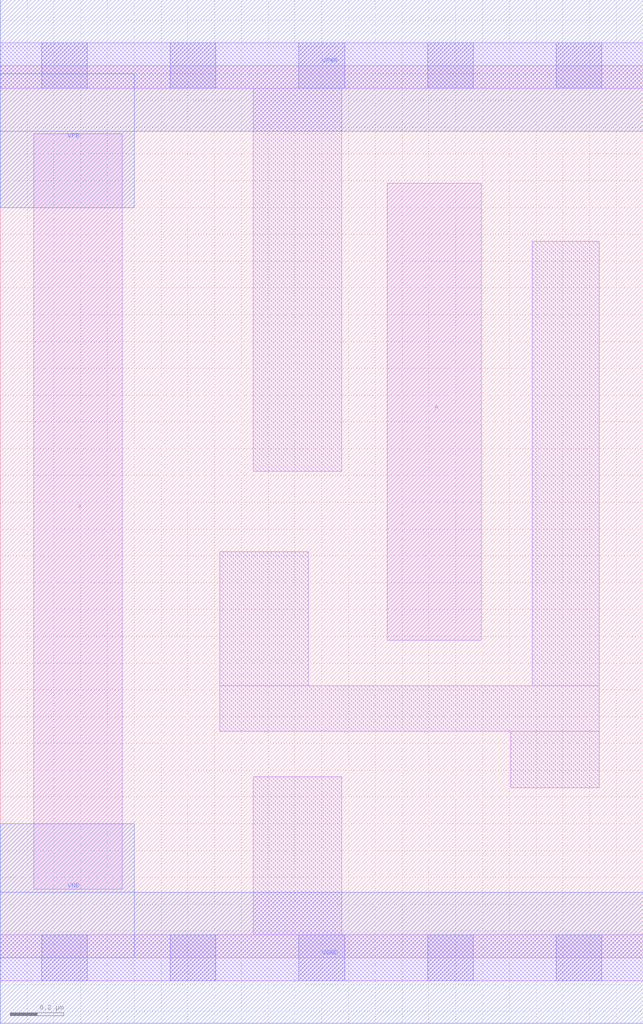
<source format=lef>
# Copyright 2020 The SkyWater PDK Authors
#
# Licensed under the Apache License, Version 2.0 (the "License");
# you may not use this file except in compliance with the License.
# You may obtain a copy of the License at
#
#     https://www.apache.org/licenses/LICENSE-2.0
#
# Unless required by applicable law or agreed to in writing, software
# distributed under the License is distributed on an "AS IS" BASIS,
# WITHOUT WARRANTIES OR CONDITIONS OF ANY KIND, either express or implied.
# See the License for the specific language governing permissions and
# limitations under the License.
#
# SPDX-License-Identifier: Apache-2.0

VERSION 5.5 ;
NAMESCASESENSITIVE ON ;
BUSBITCHARS "[]" ;
DIVIDERCHAR "/" ;
MACRO sky130_fd_sc_lp__buflp_1
  CLASS CORE ;
  SOURCE USER ;
  ORIGIN  0.000000  0.000000 ;
  SIZE  2.400000 BY  3.330000 ;
  SYMMETRY X Y R90 ;
  SITE unit ;
  PIN A
    ANTENNAGATEAREA  0.318000 ;
    DIRECTION INPUT ;
    USE SIGNAL ;
    PORT
      LAYER li1 ;
        RECT 1.445000 1.185000 1.795000 2.890000 ;
    END
  END A
  PIN X
    ANTENNADIFFAREA  0.598500 ;
    DIRECTION OUTPUT ;
    USE SIGNAL ;
    PORT
      LAYER li1 ;
        RECT 0.125000 0.255000 0.455000 3.075000 ;
    END
  END X
  PIN VGND
    DIRECTION INOUT ;
    USE GROUND ;
    PORT
      LAYER met1 ;
        RECT 0.000000 -0.245000 2.400000 0.245000 ;
    END
  END VGND
  PIN VNB
    DIRECTION INOUT ;
    USE GROUND ;
    PORT
      LAYER met1 ;
        RECT 0.000000 0.000000 0.500000 0.500000 ;
    END
  END VNB
  PIN VPB
    DIRECTION INOUT ;
    USE POWER ;
    PORT
      LAYER met1 ;
        RECT 0.000000 2.800000 0.500000 3.300000 ;
    END
  END VPB
  PIN VPWR
    DIRECTION INOUT ;
    USE POWER ;
    PORT
      LAYER met1 ;
        RECT 0.000000 3.085000 2.400000 3.575000 ;
    END
  END VPWR
  OBS
    LAYER li1 ;
      RECT 0.000000 -0.085000 2.400000 0.085000 ;
      RECT 0.000000  3.245000 2.400000 3.415000 ;
      RECT 0.820000  0.845000 2.235000 1.015000 ;
      RECT 0.820000  1.015000 1.150000 1.515000 ;
      RECT 0.945000  0.085000 1.275000 0.675000 ;
      RECT 0.945000  1.815000 1.275000 3.245000 ;
      RECT 1.905000  0.635000 2.235000 0.845000 ;
      RECT 1.985000  1.015000 2.235000 2.675000 ;
    LAYER mcon ;
      RECT 0.155000 -0.085000 0.325000 0.085000 ;
      RECT 0.155000  3.245000 0.325000 3.415000 ;
      RECT 0.635000 -0.085000 0.805000 0.085000 ;
      RECT 0.635000  3.245000 0.805000 3.415000 ;
      RECT 1.115000 -0.085000 1.285000 0.085000 ;
      RECT 1.115000  3.245000 1.285000 3.415000 ;
      RECT 1.595000 -0.085000 1.765000 0.085000 ;
      RECT 1.595000  3.245000 1.765000 3.415000 ;
      RECT 2.075000 -0.085000 2.245000 0.085000 ;
      RECT 2.075000  3.245000 2.245000 3.415000 ;
  END
END sky130_fd_sc_lp__buflp_1

</source>
